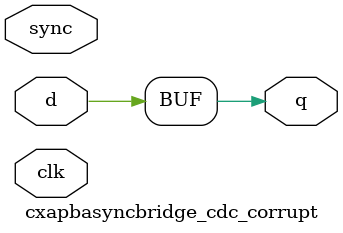
<source format=v>
module cxapbasyncbridge_cdc_corrupt(	// file.cleaned.mlir:2:3
  input  clk,	// file.cleaned.mlir:2:46
         sync,	// file.cleaned.mlir:2:60
         d,	// file.cleaned.mlir:2:75
  output q	// file.cleaned.mlir:2:88
);

  assign q = d;	// file.cleaned.mlir:3:5
endmodule


</source>
